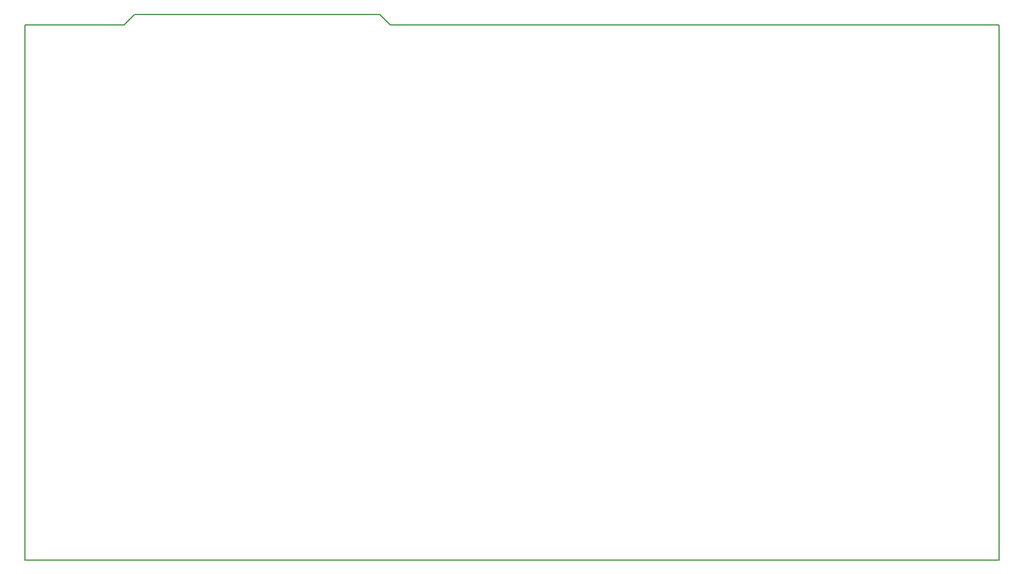
<source format=gbr>
G04 #@! TF.FileFunction,Profile,NP*
%FSLAX46Y46*%
G04 Gerber Fmt 4.6, Leading zero omitted, Abs format (unit mm)*
G04 Created by KiCad (PCBNEW 4.0.2+dfsg1-stable) date Mon 20 Aug 2018 02:01:52 PM EDT*
%MOMM*%
G01*
G04 APERTURE LIST*
%ADD10C,0.100000*%
%ADD11C,0.150000*%
G04 APERTURE END LIST*
D10*
D11*
X74422000Y-50038000D02*
X163322000Y-50038000D01*
X21082000Y-50038000D02*
X35560000Y-50038000D01*
X72898000Y-48514000D02*
X74422000Y-50038000D01*
X37084000Y-48514000D02*
X35560000Y-50038000D01*
X37084000Y-48514000D02*
X72898000Y-48514000D01*
X163322000Y-128270000D02*
X163322000Y-50038000D01*
X21082000Y-128270000D02*
X163322000Y-128270000D01*
X21082000Y-50038000D02*
X21082000Y-128270000D01*
M02*

</source>
